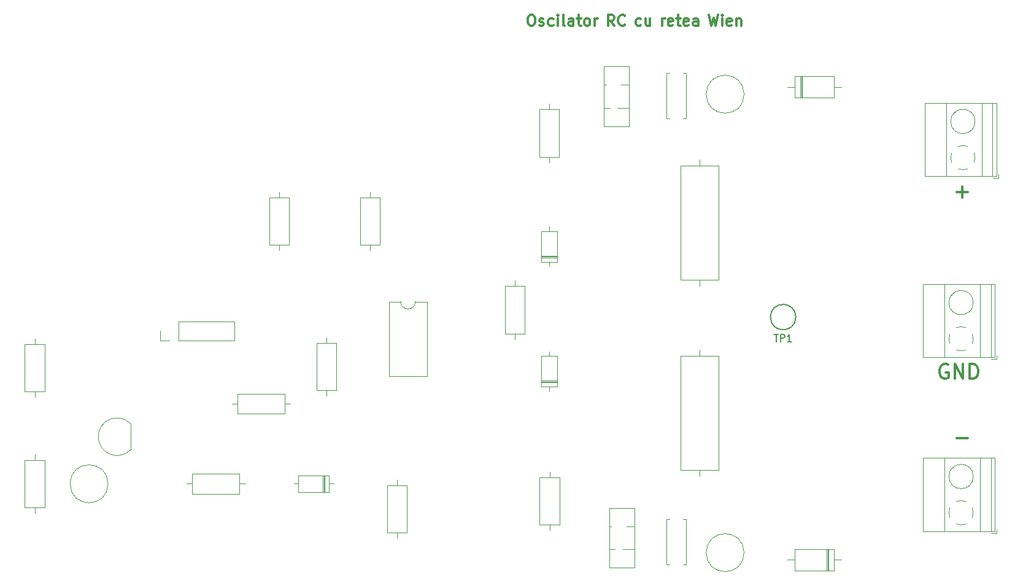
<source format=gbr>
%TF.GenerationSoftware,KiCad,Pcbnew,(7.0.0)*%
%TF.CreationDate,2023-03-06T20:11:15+02:00*%
%TF.ProjectId,Oscilator,4f736369-6c61-4746-9f72-2e6b69636164,rev?*%
%TF.SameCoordinates,Original*%
%TF.FileFunction,Legend,Top*%
%TF.FilePolarity,Positive*%
%FSLAX46Y46*%
G04 Gerber Fmt 4.6, Leading zero omitted, Abs format (unit mm)*
G04 Created by KiCad (PCBNEW (7.0.0)) date 2023-03-06 20:11:15*
%MOMM*%
%LPD*%
G01*
G04 APERTURE LIST*
%ADD10C,0.300000*%
%ADD11C,0.150000*%
%ADD12C,0.120000*%
G04 APERTURE END LIST*
D10*
X129892857Y-52801071D02*
X130178571Y-52801071D01*
X130178571Y-52801071D02*
X130321428Y-52872500D01*
X130321428Y-52872500D02*
X130464285Y-53015357D01*
X130464285Y-53015357D02*
X130535714Y-53301071D01*
X130535714Y-53301071D02*
X130535714Y-53801071D01*
X130535714Y-53801071D02*
X130464285Y-54086785D01*
X130464285Y-54086785D02*
X130321428Y-54229642D01*
X130321428Y-54229642D02*
X130178571Y-54301071D01*
X130178571Y-54301071D02*
X129892857Y-54301071D01*
X129892857Y-54301071D02*
X129750000Y-54229642D01*
X129750000Y-54229642D02*
X129607142Y-54086785D01*
X129607142Y-54086785D02*
X129535714Y-53801071D01*
X129535714Y-53801071D02*
X129535714Y-53301071D01*
X129535714Y-53301071D02*
X129607142Y-53015357D01*
X129607142Y-53015357D02*
X129750000Y-52872500D01*
X129750000Y-52872500D02*
X129892857Y-52801071D01*
X131107143Y-54229642D02*
X131250000Y-54301071D01*
X131250000Y-54301071D02*
X131535714Y-54301071D01*
X131535714Y-54301071D02*
X131678571Y-54229642D01*
X131678571Y-54229642D02*
X131750000Y-54086785D01*
X131750000Y-54086785D02*
X131750000Y-54015357D01*
X131750000Y-54015357D02*
X131678571Y-53872500D01*
X131678571Y-53872500D02*
X131535714Y-53801071D01*
X131535714Y-53801071D02*
X131321429Y-53801071D01*
X131321429Y-53801071D02*
X131178571Y-53729642D01*
X131178571Y-53729642D02*
X131107143Y-53586785D01*
X131107143Y-53586785D02*
X131107143Y-53515357D01*
X131107143Y-53515357D02*
X131178571Y-53372500D01*
X131178571Y-53372500D02*
X131321429Y-53301071D01*
X131321429Y-53301071D02*
X131535714Y-53301071D01*
X131535714Y-53301071D02*
X131678571Y-53372500D01*
X133035715Y-54229642D02*
X132892857Y-54301071D01*
X132892857Y-54301071D02*
X132607143Y-54301071D01*
X132607143Y-54301071D02*
X132464286Y-54229642D01*
X132464286Y-54229642D02*
X132392857Y-54158214D01*
X132392857Y-54158214D02*
X132321429Y-54015357D01*
X132321429Y-54015357D02*
X132321429Y-53586785D01*
X132321429Y-53586785D02*
X132392857Y-53443928D01*
X132392857Y-53443928D02*
X132464286Y-53372500D01*
X132464286Y-53372500D02*
X132607143Y-53301071D01*
X132607143Y-53301071D02*
X132892857Y-53301071D01*
X132892857Y-53301071D02*
X133035715Y-53372500D01*
X133678571Y-54301071D02*
X133678571Y-53301071D01*
X133678571Y-52801071D02*
X133607143Y-52872500D01*
X133607143Y-52872500D02*
X133678571Y-52943928D01*
X133678571Y-52943928D02*
X133750000Y-52872500D01*
X133750000Y-52872500D02*
X133678571Y-52801071D01*
X133678571Y-52801071D02*
X133678571Y-52943928D01*
X134607143Y-54301071D02*
X134464286Y-54229642D01*
X134464286Y-54229642D02*
X134392857Y-54086785D01*
X134392857Y-54086785D02*
X134392857Y-52801071D01*
X135821429Y-54301071D02*
X135821429Y-53515357D01*
X135821429Y-53515357D02*
X135750000Y-53372500D01*
X135750000Y-53372500D02*
X135607143Y-53301071D01*
X135607143Y-53301071D02*
X135321429Y-53301071D01*
X135321429Y-53301071D02*
X135178571Y-53372500D01*
X135821429Y-54229642D02*
X135678571Y-54301071D01*
X135678571Y-54301071D02*
X135321429Y-54301071D01*
X135321429Y-54301071D02*
X135178571Y-54229642D01*
X135178571Y-54229642D02*
X135107143Y-54086785D01*
X135107143Y-54086785D02*
X135107143Y-53943928D01*
X135107143Y-53943928D02*
X135178571Y-53801071D01*
X135178571Y-53801071D02*
X135321429Y-53729642D01*
X135321429Y-53729642D02*
X135678571Y-53729642D01*
X135678571Y-53729642D02*
X135821429Y-53658214D01*
X136321429Y-53301071D02*
X136892857Y-53301071D01*
X136535714Y-52801071D02*
X136535714Y-54086785D01*
X136535714Y-54086785D02*
X136607143Y-54229642D01*
X136607143Y-54229642D02*
X136750000Y-54301071D01*
X136750000Y-54301071D02*
X136892857Y-54301071D01*
X137607143Y-54301071D02*
X137464286Y-54229642D01*
X137464286Y-54229642D02*
X137392857Y-54158214D01*
X137392857Y-54158214D02*
X137321429Y-54015357D01*
X137321429Y-54015357D02*
X137321429Y-53586785D01*
X137321429Y-53586785D02*
X137392857Y-53443928D01*
X137392857Y-53443928D02*
X137464286Y-53372500D01*
X137464286Y-53372500D02*
X137607143Y-53301071D01*
X137607143Y-53301071D02*
X137821429Y-53301071D01*
X137821429Y-53301071D02*
X137964286Y-53372500D01*
X137964286Y-53372500D02*
X138035715Y-53443928D01*
X138035715Y-53443928D02*
X138107143Y-53586785D01*
X138107143Y-53586785D02*
X138107143Y-54015357D01*
X138107143Y-54015357D02*
X138035715Y-54158214D01*
X138035715Y-54158214D02*
X137964286Y-54229642D01*
X137964286Y-54229642D02*
X137821429Y-54301071D01*
X137821429Y-54301071D02*
X137607143Y-54301071D01*
X138750000Y-54301071D02*
X138750000Y-53301071D01*
X138750000Y-53586785D02*
X138821429Y-53443928D01*
X138821429Y-53443928D02*
X138892858Y-53372500D01*
X138892858Y-53372500D02*
X139035715Y-53301071D01*
X139035715Y-53301071D02*
X139178572Y-53301071D01*
X141435714Y-54301071D02*
X140935714Y-53586785D01*
X140578571Y-54301071D02*
X140578571Y-52801071D01*
X140578571Y-52801071D02*
X141150000Y-52801071D01*
X141150000Y-52801071D02*
X141292857Y-52872500D01*
X141292857Y-52872500D02*
X141364286Y-52943928D01*
X141364286Y-52943928D02*
X141435714Y-53086785D01*
X141435714Y-53086785D02*
X141435714Y-53301071D01*
X141435714Y-53301071D02*
X141364286Y-53443928D01*
X141364286Y-53443928D02*
X141292857Y-53515357D01*
X141292857Y-53515357D02*
X141150000Y-53586785D01*
X141150000Y-53586785D02*
X140578571Y-53586785D01*
X142935714Y-54158214D02*
X142864286Y-54229642D01*
X142864286Y-54229642D02*
X142650000Y-54301071D01*
X142650000Y-54301071D02*
X142507143Y-54301071D01*
X142507143Y-54301071D02*
X142292857Y-54229642D01*
X142292857Y-54229642D02*
X142150000Y-54086785D01*
X142150000Y-54086785D02*
X142078571Y-53943928D01*
X142078571Y-53943928D02*
X142007143Y-53658214D01*
X142007143Y-53658214D02*
X142007143Y-53443928D01*
X142007143Y-53443928D02*
X142078571Y-53158214D01*
X142078571Y-53158214D02*
X142150000Y-53015357D01*
X142150000Y-53015357D02*
X142292857Y-52872500D01*
X142292857Y-52872500D02*
X142507143Y-52801071D01*
X142507143Y-52801071D02*
X142650000Y-52801071D01*
X142650000Y-52801071D02*
X142864286Y-52872500D01*
X142864286Y-52872500D02*
X142935714Y-52943928D01*
X145121429Y-54229642D02*
X144978571Y-54301071D01*
X144978571Y-54301071D02*
X144692857Y-54301071D01*
X144692857Y-54301071D02*
X144550000Y-54229642D01*
X144550000Y-54229642D02*
X144478571Y-54158214D01*
X144478571Y-54158214D02*
X144407143Y-54015357D01*
X144407143Y-54015357D02*
X144407143Y-53586785D01*
X144407143Y-53586785D02*
X144478571Y-53443928D01*
X144478571Y-53443928D02*
X144550000Y-53372500D01*
X144550000Y-53372500D02*
X144692857Y-53301071D01*
X144692857Y-53301071D02*
X144978571Y-53301071D01*
X144978571Y-53301071D02*
X145121429Y-53372500D01*
X146407143Y-53301071D02*
X146407143Y-54301071D01*
X145764285Y-53301071D02*
X145764285Y-54086785D01*
X145764285Y-54086785D02*
X145835714Y-54229642D01*
X145835714Y-54229642D02*
X145978571Y-54301071D01*
X145978571Y-54301071D02*
X146192857Y-54301071D01*
X146192857Y-54301071D02*
X146335714Y-54229642D01*
X146335714Y-54229642D02*
X146407143Y-54158214D01*
X148021428Y-54301071D02*
X148021428Y-53301071D01*
X148021428Y-53586785D02*
X148092857Y-53443928D01*
X148092857Y-53443928D02*
X148164286Y-53372500D01*
X148164286Y-53372500D02*
X148307143Y-53301071D01*
X148307143Y-53301071D02*
X148450000Y-53301071D01*
X149521428Y-54229642D02*
X149378571Y-54301071D01*
X149378571Y-54301071D02*
X149092857Y-54301071D01*
X149092857Y-54301071D02*
X148949999Y-54229642D01*
X148949999Y-54229642D02*
X148878571Y-54086785D01*
X148878571Y-54086785D02*
X148878571Y-53515357D01*
X148878571Y-53515357D02*
X148949999Y-53372500D01*
X148949999Y-53372500D02*
X149092857Y-53301071D01*
X149092857Y-53301071D02*
X149378571Y-53301071D01*
X149378571Y-53301071D02*
X149521428Y-53372500D01*
X149521428Y-53372500D02*
X149592857Y-53515357D01*
X149592857Y-53515357D02*
X149592857Y-53658214D01*
X149592857Y-53658214D02*
X148878571Y-53801071D01*
X150021428Y-53301071D02*
X150592856Y-53301071D01*
X150235713Y-52801071D02*
X150235713Y-54086785D01*
X150235713Y-54086785D02*
X150307142Y-54229642D01*
X150307142Y-54229642D02*
X150449999Y-54301071D01*
X150449999Y-54301071D02*
X150592856Y-54301071D01*
X151664285Y-54229642D02*
X151521428Y-54301071D01*
X151521428Y-54301071D02*
X151235714Y-54301071D01*
X151235714Y-54301071D02*
X151092856Y-54229642D01*
X151092856Y-54229642D02*
X151021428Y-54086785D01*
X151021428Y-54086785D02*
X151021428Y-53515357D01*
X151021428Y-53515357D02*
X151092856Y-53372500D01*
X151092856Y-53372500D02*
X151235714Y-53301071D01*
X151235714Y-53301071D02*
X151521428Y-53301071D01*
X151521428Y-53301071D02*
X151664285Y-53372500D01*
X151664285Y-53372500D02*
X151735714Y-53515357D01*
X151735714Y-53515357D02*
X151735714Y-53658214D01*
X151735714Y-53658214D02*
X151021428Y-53801071D01*
X153021428Y-54301071D02*
X153021428Y-53515357D01*
X153021428Y-53515357D02*
X152949999Y-53372500D01*
X152949999Y-53372500D02*
X152807142Y-53301071D01*
X152807142Y-53301071D02*
X152521428Y-53301071D01*
X152521428Y-53301071D02*
X152378570Y-53372500D01*
X153021428Y-54229642D02*
X152878570Y-54301071D01*
X152878570Y-54301071D02*
X152521428Y-54301071D01*
X152521428Y-54301071D02*
X152378570Y-54229642D01*
X152378570Y-54229642D02*
X152307142Y-54086785D01*
X152307142Y-54086785D02*
X152307142Y-53943928D01*
X152307142Y-53943928D02*
X152378570Y-53801071D01*
X152378570Y-53801071D02*
X152521428Y-53729642D01*
X152521428Y-53729642D02*
X152878570Y-53729642D01*
X152878570Y-53729642D02*
X153021428Y-53658214D01*
X154492856Y-52801071D02*
X154849999Y-54301071D01*
X154849999Y-54301071D02*
X155135713Y-53229642D01*
X155135713Y-53229642D02*
X155421428Y-54301071D01*
X155421428Y-54301071D02*
X155778571Y-52801071D01*
X156349999Y-54301071D02*
X156349999Y-53301071D01*
X156349999Y-52801071D02*
X156278571Y-52872500D01*
X156278571Y-52872500D02*
X156349999Y-52943928D01*
X156349999Y-52943928D02*
X156421428Y-52872500D01*
X156421428Y-52872500D02*
X156349999Y-52801071D01*
X156349999Y-52801071D02*
X156349999Y-52943928D01*
X157635714Y-54229642D02*
X157492857Y-54301071D01*
X157492857Y-54301071D02*
X157207143Y-54301071D01*
X157207143Y-54301071D02*
X157064285Y-54229642D01*
X157064285Y-54229642D02*
X156992857Y-54086785D01*
X156992857Y-54086785D02*
X156992857Y-53515357D01*
X156992857Y-53515357D02*
X157064285Y-53372500D01*
X157064285Y-53372500D02*
X157207143Y-53301071D01*
X157207143Y-53301071D02*
X157492857Y-53301071D01*
X157492857Y-53301071D02*
X157635714Y-53372500D01*
X157635714Y-53372500D02*
X157707143Y-53515357D01*
X157707143Y-53515357D02*
X157707143Y-53658214D01*
X157707143Y-53658214D02*
X156992857Y-53801071D01*
X158349999Y-53301071D02*
X158349999Y-54301071D01*
X158349999Y-53443928D02*
X158421428Y-53372500D01*
X158421428Y-53372500D02*
X158564285Y-53301071D01*
X158564285Y-53301071D02*
X158778571Y-53301071D01*
X158778571Y-53301071D02*
X158921428Y-53372500D01*
X158921428Y-53372500D02*
X158992857Y-53515357D01*
X158992857Y-53515357D02*
X158992857Y-54301071D01*
X187476190Y-101080000D02*
X187285714Y-100984761D01*
X187285714Y-100984761D02*
X187000000Y-100984761D01*
X187000000Y-100984761D02*
X186714285Y-101080000D01*
X186714285Y-101080000D02*
X186523809Y-101270476D01*
X186523809Y-101270476D02*
X186428571Y-101460952D01*
X186428571Y-101460952D02*
X186333333Y-101841904D01*
X186333333Y-101841904D02*
X186333333Y-102127619D01*
X186333333Y-102127619D02*
X186428571Y-102508571D01*
X186428571Y-102508571D02*
X186523809Y-102699047D01*
X186523809Y-102699047D02*
X186714285Y-102889523D01*
X186714285Y-102889523D02*
X187000000Y-102984761D01*
X187000000Y-102984761D02*
X187190476Y-102984761D01*
X187190476Y-102984761D02*
X187476190Y-102889523D01*
X187476190Y-102889523D02*
X187571428Y-102794285D01*
X187571428Y-102794285D02*
X187571428Y-102127619D01*
X187571428Y-102127619D02*
X187190476Y-102127619D01*
X188428571Y-102984761D02*
X188428571Y-100984761D01*
X188428571Y-100984761D02*
X189571428Y-102984761D01*
X189571428Y-102984761D02*
X189571428Y-100984761D01*
X190523809Y-102984761D02*
X190523809Y-100984761D01*
X190523809Y-100984761D02*
X190999999Y-100984761D01*
X190999999Y-100984761D02*
X191285714Y-101080000D01*
X191285714Y-101080000D02*
X191476190Y-101270476D01*
X191476190Y-101270476D02*
X191571428Y-101460952D01*
X191571428Y-101460952D02*
X191666666Y-101841904D01*
X191666666Y-101841904D02*
X191666666Y-102127619D01*
X191666666Y-102127619D02*
X191571428Y-102508571D01*
X191571428Y-102508571D02*
X191476190Y-102699047D01*
X191476190Y-102699047D02*
X191285714Y-102889523D01*
X191285714Y-102889523D02*
X190999999Y-102984761D01*
X190999999Y-102984761D02*
X190523809Y-102984761D01*
X188738095Y-111222857D02*
X190261905Y-111222857D01*
X188738095Y-77222857D02*
X190261905Y-77222857D01*
X189500000Y-77984761D02*
X189500000Y-76460952D01*
D11*
%TO.C,TP1*%
X163488095Y-96867380D02*
X164059523Y-96867380D01*
X163773809Y-97867380D02*
X163773809Y-96867380D01*
X164392857Y-97867380D02*
X164392857Y-96867380D01*
X164392857Y-96867380D02*
X164773809Y-96867380D01*
X164773809Y-96867380D02*
X164869047Y-96915000D01*
X164869047Y-96915000D02*
X164916666Y-96962619D01*
X164916666Y-96962619D02*
X164964285Y-97057857D01*
X164964285Y-97057857D02*
X164964285Y-97200714D01*
X164964285Y-97200714D02*
X164916666Y-97295952D01*
X164916666Y-97295952D02*
X164869047Y-97343571D01*
X164869047Y-97343571D02*
X164773809Y-97391190D01*
X164773809Y-97391190D02*
X164392857Y-97391190D01*
X165916666Y-97867380D02*
X165345238Y-97867380D01*
X165630952Y-97867380D02*
X165630952Y-96867380D01*
X165630952Y-96867380D02*
X165535714Y-97010238D01*
X165535714Y-97010238D02*
X165440476Y-97105476D01*
X165440476Y-97105476D02*
X165345238Y-97153095D01*
X166500000Y-94500000D02*
G75*
G03*
X166500000Y-94500000I-1750000J0D01*
G01*
D12*
%TO.C,R10*%
X61500000Y-121540000D02*
X61500000Y-120770000D01*
X60130000Y-120770000D02*
X62870000Y-120770000D01*
X62870000Y-120770000D02*
X62870000Y-114230000D01*
X60130000Y-114230000D02*
X60130000Y-120770000D01*
X62870000Y-114230000D02*
X60130000Y-114230000D01*
X61500000Y-113460000D02*
X61500000Y-114230000D01*
%TO.C,J3*%
X193465000Y-100300000D02*
X194205000Y-100300000D01*
X194205000Y-100300000D02*
X194205000Y-99800000D01*
X184044000Y-100060000D02*
X193965000Y-100060000D01*
X184044000Y-100060000D02*
X184044000Y-89940000D01*
X187004000Y-100060000D02*
X187004000Y-89940000D01*
X191905000Y-100060000D02*
X191905000Y-89940000D01*
X193405000Y-100060000D02*
X193405000Y-89940000D01*
X193965000Y-100060000D02*
X193965000Y-89940000D01*
X190328000Y-93727000D02*
X190374000Y-93774000D01*
X190544000Y-93534000D02*
X190579000Y-93569000D01*
X188030000Y-91430000D02*
X188066000Y-91465000D01*
X188236000Y-91225000D02*
X188282000Y-91272000D01*
X184044000Y-89940000D02*
X193965000Y-89940000D01*
X188621001Y-99034999D02*
G75*
G03*
X189988042Y-99035426I684000J1534992D01*
G01*
X187770001Y-96816001D02*
G75*
G03*
X187769574Y-98183042I1534992J-684000D01*
G01*
X190839999Y-98184000D02*
G75*
G03*
X190985252Y-97471195I-1535000J683999D01*
G01*
X190984999Y-97500000D02*
G75*
G03*
X190839755Y-96816682I-1679999J0D01*
G01*
X189989000Y-95965000D02*
G75*
G03*
X188621958Y-95964574I-684000J-1535000D01*
G01*
X190985000Y-92500000D02*
G75*
G03*
X190985000Y-92500000I-1680000J0D01*
G01*
%TO.C,C1*%
X71620000Y-117500000D02*
G75*
G03*
X71620000Y-117500000I-2620000J0D01*
G01*
%TO.C,C4*%
X159370000Y-127000000D02*
G75*
G03*
X159370000Y-127000000I-2620000J0D01*
G01*
%TO.C,R8*%
X153250000Y-90220000D02*
X153250000Y-89370000D01*
X150630000Y-89370000D02*
X155870000Y-89370000D01*
X155870000Y-89370000D02*
X155870000Y-73630000D01*
X150630000Y-73630000D02*
X150630000Y-89370000D01*
X155870000Y-73630000D02*
X150630000Y-73630000D01*
X153250000Y-72780000D02*
X153250000Y-73630000D01*
%TO.C,D3*%
X165340000Y-62750000D02*
X166360000Y-62750000D01*
X166360000Y-61280000D02*
X166360000Y-64220000D01*
X166360000Y-64220000D02*
X171800000Y-64220000D01*
X167140000Y-61280000D02*
X167140000Y-64220000D01*
X167260000Y-61280000D02*
X167260000Y-64220000D01*
X167380000Y-61280000D02*
X167380000Y-64220000D01*
X171800000Y-61280000D02*
X166360000Y-61280000D01*
X171800000Y-64220000D02*
X171800000Y-61280000D01*
X172820000Y-62750000D02*
X171800000Y-62750000D01*
%TO.C,R9*%
X153250000Y-116470000D02*
X153250000Y-115620000D01*
X150630000Y-115620000D02*
X155870000Y-115620000D01*
X155870000Y-115620000D02*
X155870000Y-99880000D01*
X150630000Y-99880000D02*
X150630000Y-115620000D01*
X155870000Y-99880000D02*
X150630000Y-99880000D01*
X153250000Y-99030000D02*
X153250000Y-99880000D01*
%TO.C,Q2*%
X144245000Y-120840000D02*
X140755000Y-120840000D01*
X144245000Y-120840000D02*
X144245000Y-129080000D01*
X140755000Y-120840000D02*
X140755000Y-129080000D01*
X144245000Y-123360000D02*
X143175000Y-123360000D01*
X141075000Y-123360000D02*
X140755000Y-123360000D01*
X144245000Y-126561000D02*
X142665000Y-126561000D01*
X141585000Y-126561000D02*
X140755000Y-126561000D01*
X144245000Y-129080000D02*
X140755000Y-129080000D01*
%TO.C,R7*%
X132499604Y-73160184D02*
X132499604Y-72390184D01*
X131129604Y-72390184D02*
X133869604Y-72390184D01*
X133869604Y-72390184D02*
X133869604Y-65850184D01*
X131129604Y-65850184D02*
X131129604Y-72390184D01*
X133869604Y-65850184D02*
X131129604Y-65850184D01*
X132499604Y-65080184D02*
X132499604Y-65850184D01*
%TO.C,R3*%
X88697722Y-106474740D02*
X89467722Y-106474740D01*
X89467722Y-105104740D02*
X89467722Y-107844740D01*
X89467722Y-107844740D02*
X96007722Y-107844740D01*
X96007722Y-105104740D02*
X89467722Y-105104740D01*
X96007722Y-107844740D02*
X96007722Y-105104740D01*
X96777722Y-106474740D02*
X96007722Y-106474740D01*
%TO.C,D5*%
X132500000Y-104770000D02*
X132500000Y-104120000D01*
X131380000Y-104120000D02*
X133620000Y-104120000D01*
X133620000Y-104120000D02*
X133620000Y-99880000D01*
X131380000Y-103520000D02*
X133620000Y-103520000D01*
X131380000Y-103400000D02*
X133620000Y-103400000D01*
X131380000Y-103280000D02*
X133620000Y-103280000D01*
X131380000Y-99880000D02*
X131380000Y-104120000D01*
X133620000Y-99880000D02*
X131380000Y-99880000D01*
X132500000Y-99230000D02*
X132500000Y-99880000D01*
%TO.C,C2*%
X151370000Y-60850609D02*
X150925000Y-60850609D01*
X151370000Y-60850609D02*
X151370000Y-67090609D01*
X149075000Y-60850609D02*
X148630000Y-60850609D01*
X148630000Y-60850609D02*
X148630000Y-67090609D01*
X151370000Y-67090609D02*
X150925000Y-67090609D01*
X149075000Y-67090609D02*
X148630000Y-67090609D01*
%TO.C,Rr3*%
X95250000Y-85290000D02*
X95250000Y-84520000D01*
X93880000Y-84520000D02*
X96620000Y-84520000D01*
X96620000Y-84520000D02*
X96620000Y-77980000D01*
X93880000Y-77980000D02*
X93880000Y-84520000D01*
X96620000Y-77980000D02*
X93880000Y-77980000D01*
X95250000Y-77210000D02*
X95250000Y-77980000D01*
%TO.C,C5*%
X148630000Y-128620000D02*
X149075000Y-128620000D01*
X148630000Y-128620000D02*
X148630000Y-122380000D01*
X150925000Y-128620000D02*
X151370000Y-128620000D01*
X151370000Y-128620000D02*
X151370000Y-122380000D01*
X148630000Y-122380000D02*
X149075000Y-122380000D01*
X150925000Y-122380000D02*
X151370000Y-122380000D01*
%TO.C,D4*%
X132500000Y-87520000D02*
X132500000Y-86870000D01*
X131380000Y-86870000D02*
X133620000Y-86870000D01*
X133620000Y-86870000D02*
X133620000Y-82630000D01*
X131380000Y-86270000D02*
X133620000Y-86270000D01*
X131380000Y-86150000D02*
X133620000Y-86150000D01*
X131380000Y-86030000D02*
X133620000Y-86030000D01*
X131380000Y-82630000D02*
X131380000Y-86870000D01*
X133620000Y-82630000D02*
X131380000Y-82630000D01*
X132500000Y-81980000D02*
X132500000Y-82630000D01*
%TO.C,Rr1*%
X101765084Y-97287824D02*
X101765084Y-98057824D01*
X103135084Y-98057824D02*
X100395084Y-98057824D01*
X100395084Y-98057824D02*
X100395084Y-104597824D01*
X103135084Y-104597824D02*
X103135084Y-98057824D01*
X100395084Y-104597824D02*
X103135084Y-104597824D01*
X101765084Y-105367824D02*
X101765084Y-104597824D01*
%TO.C,Q3*%
X74710000Y-112800000D02*
X74710000Y-109200000D01*
X70260000Y-111000000D02*
G75*
G03*
X74698478Y-112838478I2600000J0D01*
G01*
X74698478Y-109161522D02*
G75*
G03*
X70260000Y-111000000I-1838478J-1838478D01*
G01*
%TO.C,J4*%
X193465000Y-124300000D02*
X194205000Y-124300000D01*
X194205000Y-124300000D02*
X194205000Y-123800000D01*
X184044000Y-124060000D02*
X193965000Y-124060000D01*
X184044000Y-124060000D02*
X184044000Y-113940000D01*
X187004000Y-124060000D02*
X187004000Y-113940000D01*
X191905000Y-124060000D02*
X191905000Y-113940000D01*
X193405000Y-124060000D02*
X193405000Y-113940000D01*
X193965000Y-124060000D02*
X193965000Y-113940000D01*
X190328000Y-117727000D02*
X190374000Y-117774000D01*
X190544000Y-117534000D02*
X190579000Y-117569000D01*
X188030000Y-115430000D02*
X188066000Y-115465000D01*
X188236000Y-115225000D02*
X188282000Y-115272000D01*
X184044000Y-113940000D02*
X193965000Y-113940000D01*
X188621001Y-123034999D02*
G75*
G03*
X189988042Y-123035426I684000J1534992D01*
G01*
X187770001Y-120816001D02*
G75*
G03*
X187769574Y-122183042I1534992J-684000D01*
G01*
X190839999Y-122184000D02*
G75*
G03*
X190985252Y-121471195I-1535000J683999D01*
G01*
X190984999Y-121500000D02*
G75*
G03*
X190839755Y-120816682I-1679999J0D01*
G01*
X189989000Y-119965000D02*
G75*
G03*
X188621958Y-119964574I-684000J-1535000D01*
G01*
X190985000Y-116500000D02*
G75*
G03*
X190985000Y-116500000I-1680000J0D01*
G01*
%TO.C,R6*%
X132533442Y-123903720D02*
X132533442Y-123133720D01*
X131163442Y-123133720D02*
X133903442Y-123133720D01*
X133903442Y-123133720D02*
X133903442Y-116593720D01*
X131163442Y-116593720D02*
X131163442Y-123133720D01*
X133903442Y-116593720D02*
X131163442Y-116593720D01*
X132533442Y-115823720D02*
X132533442Y-116593720D01*
%TO.C,U1*%
X110360000Y-92370000D02*
X110360000Y-102650000D01*
X110360000Y-102650000D02*
X115660000Y-102650000D01*
X112010000Y-92370000D02*
X110360000Y-92370000D01*
X115660000Y-92370000D02*
X114010000Y-92370000D01*
X115660000Y-102650000D02*
X115660000Y-92370000D01*
X112010000Y-92370000D02*
G75*
G03*
X114010000Y-92370000I1000000J0D01*
G01*
%TO.C,R5*%
X127750000Y-89460000D02*
X127750000Y-90230000D01*
X129120000Y-90230000D02*
X126380000Y-90230000D01*
X126380000Y-90230000D02*
X126380000Y-96770000D01*
X129120000Y-96770000D02*
X129120000Y-90230000D01*
X126380000Y-96770000D02*
X129120000Y-96770000D01*
X127750000Y-97540000D02*
X127750000Y-96770000D01*
%TO.C,J1*%
X78770484Y-97746898D02*
X78770484Y-96416898D01*
X80100484Y-97746898D02*
X78770484Y-97746898D01*
X81370484Y-97746898D02*
X89050484Y-97746898D01*
X81370484Y-97746898D02*
X81370484Y-95086898D01*
X89050484Y-97746898D02*
X89050484Y-95086898D01*
X81370484Y-95086898D02*
X89050484Y-95086898D01*
%TO.C,R2*%
X90540000Y-117500000D02*
X89770000Y-117500000D01*
X89770000Y-118870000D02*
X89770000Y-116130000D01*
X89770000Y-116130000D02*
X83230000Y-116130000D01*
X83230000Y-118870000D02*
X89770000Y-118870000D01*
X83230000Y-116130000D02*
X83230000Y-118870000D01*
X82460000Y-117500000D02*
X83230000Y-117500000D01*
%TO.C,Rr2*%
X107750000Y-85290000D02*
X107750000Y-84520000D01*
X106380000Y-84520000D02*
X109120000Y-84520000D01*
X109120000Y-84520000D02*
X109120000Y-77980000D01*
X106380000Y-77980000D02*
X106380000Y-84520000D01*
X109120000Y-77980000D02*
X106380000Y-77980000D01*
X107750000Y-77210000D02*
X107750000Y-77980000D01*
%TO.C,J2*%
X193715000Y-75300000D02*
X194455000Y-75300000D01*
X194455000Y-75300000D02*
X194455000Y-74800000D01*
X184294000Y-75060000D02*
X194215000Y-75060000D01*
X184294000Y-75060000D02*
X184294000Y-64940000D01*
X187254000Y-75060000D02*
X187254000Y-64940000D01*
X192155000Y-75060000D02*
X192155000Y-64940000D01*
X193655000Y-75060000D02*
X193655000Y-64940000D01*
X194215000Y-75060000D02*
X194215000Y-64940000D01*
X190578000Y-68727000D02*
X190624000Y-68774000D01*
X190794000Y-68534000D02*
X190829000Y-68569000D01*
X188280000Y-66430000D02*
X188316000Y-66465000D01*
X188486000Y-66225000D02*
X188532000Y-66272000D01*
X184294000Y-64940000D02*
X194215000Y-64940000D01*
X188871001Y-74034999D02*
G75*
G03*
X190238042Y-74035426I684000J1534992D01*
G01*
X188020001Y-71816001D02*
G75*
G03*
X188019574Y-73183042I1534992J-684000D01*
G01*
X191089999Y-73184000D02*
G75*
G03*
X191235252Y-72471195I-1535000J683999D01*
G01*
X191234999Y-72500000D02*
G75*
G03*
X191089755Y-71816682I-1679999J0D01*
G01*
X190239000Y-70965000D02*
G75*
G03*
X188871958Y-70964574I-684000J-1535000D01*
G01*
X191235000Y-67500000D02*
G75*
G03*
X191235000Y-67500000I-1680000J0D01*
G01*
%TO.C,C3*%
X159370000Y-63750000D02*
G75*
G03*
X159370000Y-63750000I-2620000J0D01*
G01*
%TO.C,D1*%
X102770000Y-117500000D02*
X102120000Y-117500000D01*
X102120000Y-118620000D02*
X102120000Y-116380000D01*
X102120000Y-116380000D02*
X97880000Y-116380000D01*
X101520000Y-118620000D02*
X101520000Y-116380000D01*
X101400000Y-118620000D02*
X101400000Y-116380000D01*
X101280000Y-118620000D02*
X101280000Y-116380000D01*
X97880000Y-118620000D02*
X102120000Y-118620000D01*
X97880000Y-116380000D02*
X97880000Y-118620000D01*
X97230000Y-117500000D02*
X97880000Y-117500000D01*
%TO.C,D2*%
X172820000Y-128000000D02*
X171800000Y-128000000D01*
X171800000Y-129470000D02*
X171800000Y-126530000D01*
X171800000Y-126530000D02*
X166360000Y-126530000D01*
X171020000Y-129470000D02*
X171020000Y-126530000D01*
X170900000Y-129470000D02*
X170900000Y-126530000D01*
X170780000Y-129470000D02*
X170780000Y-126530000D01*
X166360000Y-129470000D02*
X171800000Y-129470000D01*
X166360000Y-126530000D02*
X166360000Y-129470000D01*
X165340000Y-128000000D02*
X166360000Y-128000000D01*
%TO.C,R1*%
X61500000Y-105540000D02*
X61500000Y-104770000D01*
X60130000Y-104770000D02*
X62870000Y-104770000D01*
X62870000Y-104770000D02*
X62870000Y-98230000D01*
X60130000Y-98230000D02*
X60130000Y-104770000D01*
X62870000Y-98230000D02*
X60130000Y-98230000D01*
X61500000Y-97460000D02*
X61500000Y-98230000D01*
%TO.C,Q1*%
X143495000Y-59920000D02*
X140005000Y-59920000D01*
X143495000Y-59920000D02*
X143495000Y-68160000D01*
X140005000Y-59920000D02*
X140005000Y-68160000D01*
X143495000Y-62440000D02*
X142425000Y-62440000D01*
X140325000Y-62440000D02*
X140005000Y-62440000D01*
X143495000Y-65641000D02*
X141915000Y-65641000D01*
X140835000Y-65641000D02*
X140005000Y-65641000D01*
X143495000Y-68160000D02*
X140005000Y-68160000D01*
%TO.C,R4*%
X111500000Y-125040000D02*
X111500000Y-124270000D01*
X110130000Y-124270000D02*
X112870000Y-124270000D01*
X112870000Y-124270000D02*
X112870000Y-117730000D01*
X110130000Y-117730000D02*
X110130000Y-124270000D01*
X112870000Y-117730000D02*
X110130000Y-117730000D01*
X111500000Y-116960000D02*
X111500000Y-117730000D01*
%TD*%
M02*

</source>
